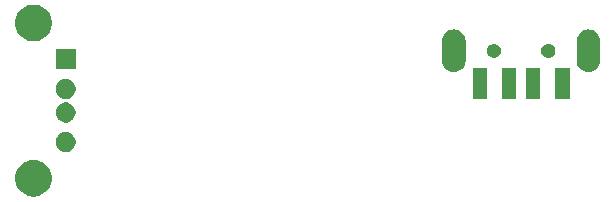
<source format=gbr>
G04 #@! TF.GenerationSoftware,KiCad,Pcbnew,5.1.4-5.1.4*
G04 #@! TF.CreationDate,2019-09-27T17:33:58+02:00*
G04 #@! TF.ProjectId,Backcover,4261636b-636f-4766-9572-2e6b69636164,rev?*
G04 #@! TF.SameCoordinates,Original*
G04 #@! TF.FileFunction,Soldermask,Top*
G04 #@! TF.FilePolarity,Negative*
%FSLAX46Y46*%
G04 Gerber Fmt 4.6, Leading zero omitted, Abs format (unit mm)*
G04 Created by KiCad (PCBNEW 5.1.4-5.1.4) date 2019-09-27 17:33:58*
%MOMM*%
%LPD*%
G04 APERTURE LIST*
%ADD10C,0.100000*%
G04 APERTURE END LIST*
D10*
G36*
X9022585Y4151198D02*
G01*
X9172410Y4121396D01*
X9454674Y4004479D01*
X9708705Y3834741D01*
X9924741Y3618705D01*
X10094479Y3364674D01*
X10211396Y3082410D01*
X10271000Y2782760D01*
X10271000Y2477240D01*
X10211396Y2177590D01*
X10094479Y1895326D01*
X9924741Y1641295D01*
X9708705Y1425259D01*
X9454674Y1255521D01*
X9172410Y1138604D01*
X9022585Y1108802D01*
X8872761Y1079000D01*
X8567239Y1079000D01*
X8417415Y1108802D01*
X8267590Y1138604D01*
X7985326Y1255521D01*
X7731295Y1425259D01*
X7515259Y1641295D01*
X7345521Y1895326D01*
X7228604Y2177590D01*
X7169000Y2477240D01*
X7169000Y2782760D01*
X7228604Y3082410D01*
X7345521Y3364674D01*
X7515259Y3618705D01*
X7731295Y3834741D01*
X7985326Y4004479D01*
X8267590Y4121396D01*
X8417415Y4151198D01*
X8567239Y4181000D01*
X8872761Y4181000D01*
X9022585Y4151198D01*
X9022585Y4151198D01*
G37*
G36*
X11678228Y6518297D02*
G01*
X11833100Y6454147D01*
X11972481Y6361015D01*
X12091015Y6242481D01*
X12184147Y6103100D01*
X12248297Y5948228D01*
X12281000Y5783816D01*
X12281000Y5616184D01*
X12248297Y5451772D01*
X12184147Y5296900D01*
X12091015Y5157519D01*
X11972481Y5038985D01*
X11833100Y4945853D01*
X11678228Y4881703D01*
X11513816Y4849000D01*
X11346184Y4849000D01*
X11181772Y4881703D01*
X11026900Y4945853D01*
X10887519Y5038985D01*
X10768985Y5157519D01*
X10675853Y5296900D01*
X10611703Y5451772D01*
X10579000Y5616184D01*
X10579000Y5783816D01*
X10611703Y5948228D01*
X10675853Y6103100D01*
X10768985Y6242481D01*
X10887519Y6361015D01*
X11026900Y6454147D01*
X11181772Y6518297D01*
X11346184Y6551000D01*
X11513816Y6551000D01*
X11678228Y6518297D01*
X11678228Y6518297D01*
G37*
G36*
X11678228Y9018297D02*
G01*
X11833100Y8954147D01*
X11972481Y8861015D01*
X12091015Y8742481D01*
X12184147Y8603100D01*
X12248297Y8448228D01*
X12281000Y8283816D01*
X12281000Y8116184D01*
X12248297Y7951772D01*
X12184147Y7796900D01*
X12091015Y7657519D01*
X11972481Y7538985D01*
X11833100Y7445853D01*
X11678228Y7381703D01*
X11513816Y7349000D01*
X11346184Y7349000D01*
X11181772Y7381703D01*
X11026900Y7445853D01*
X10887519Y7538985D01*
X10768985Y7657519D01*
X10675853Y7796900D01*
X10611703Y7951772D01*
X10579000Y8116184D01*
X10579000Y8283816D01*
X10611703Y8448228D01*
X10675853Y8603100D01*
X10768985Y8742481D01*
X10887519Y8861015D01*
X11026900Y8954147D01*
X11181772Y9018297D01*
X11346184Y9051000D01*
X11513816Y9051000D01*
X11678228Y9018297D01*
X11678228Y9018297D01*
G37*
G36*
X11678228Y11018297D02*
G01*
X11833100Y10954147D01*
X11972481Y10861015D01*
X12091015Y10742481D01*
X12184147Y10603100D01*
X12248297Y10448228D01*
X12281000Y10283816D01*
X12281000Y10116184D01*
X12248297Y9951772D01*
X12184147Y9796900D01*
X12091015Y9657519D01*
X11972481Y9538985D01*
X11833100Y9445853D01*
X11678228Y9381703D01*
X11513816Y9349000D01*
X11346184Y9349000D01*
X11181772Y9381703D01*
X11026900Y9445853D01*
X10887519Y9538985D01*
X10768985Y9657519D01*
X10675853Y9796900D01*
X10611703Y9951772D01*
X10579000Y10116184D01*
X10579000Y10283816D01*
X10611703Y10448228D01*
X10675853Y10603100D01*
X10768985Y10742481D01*
X10887519Y10861015D01*
X11026900Y10954147D01*
X11181772Y11018297D01*
X11346184Y11051000D01*
X11513816Y11051000D01*
X11678228Y11018297D01*
X11678228Y11018297D01*
G37*
G36*
X54101000Y9369000D02*
G01*
X52899000Y9369000D01*
X52899000Y11971000D01*
X54101000Y11971000D01*
X54101000Y9369000D01*
X54101000Y9369000D01*
G37*
G36*
X49601000Y9369000D02*
G01*
X48399000Y9369000D01*
X48399000Y11971000D01*
X49601000Y11971000D01*
X49601000Y9369000D01*
X49601000Y9369000D01*
G37*
G36*
X51601000Y9369000D02*
G01*
X50399000Y9369000D01*
X50399000Y11971000D01*
X51601000Y11971000D01*
X51601000Y9369000D01*
X51601000Y9369000D01*
G37*
G36*
X47101000Y9369000D02*
G01*
X45899000Y9369000D01*
X45899000Y11971000D01*
X47101000Y11971000D01*
X47101000Y9369000D01*
X47101000Y9369000D01*
G37*
G36*
X44496227Y15206517D02*
G01*
X44684921Y15149277D01*
X44858815Y15056329D01*
X45011239Y14931239D01*
X45136329Y14778815D01*
X45229277Y14604922D01*
X45286517Y14416228D01*
X45301000Y14269175D01*
X45301000Y12570825D01*
X45286517Y12423772D01*
X45229277Y12235078D01*
X45136329Y12061185D01*
X45011239Y11908761D01*
X44858815Y11783671D01*
X44684922Y11690723D01*
X44496228Y11633483D01*
X44300000Y11614157D01*
X44103773Y11633483D01*
X43915079Y11690723D01*
X43741186Y11783671D01*
X43588762Y11908761D01*
X43463672Y12061185D01*
X43370722Y12235081D01*
X43313483Y12423769D01*
X43299000Y12570825D01*
X43299000Y14269174D01*
X43313483Y14416227D01*
X43370723Y14604921D01*
X43463671Y14778815D01*
X43588761Y14931239D01*
X43741185Y15056329D01*
X43915078Y15149277D01*
X44103772Y15206517D01*
X44300000Y15225843D01*
X44496227Y15206517D01*
X44496227Y15206517D01*
G37*
G36*
X55896227Y15206517D02*
G01*
X56084921Y15149277D01*
X56258815Y15056329D01*
X56411239Y14931239D01*
X56536329Y14778815D01*
X56629277Y14604922D01*
X56686517Y14416228D01*
X56701000Y14269175D01*
X56701000Y12570825D01*
X56686517Y12423772D01*
X56629277Y12235078D01*
X56536329Y12061185D01*
X56411239Y11908761D01*
X56258815Y11783671D01*
X56084922Y11690723D01*
X55896228Y11633483D01*
X55700000Y11614157D01*
X55503773Y11633483D01*
X55315079Y11690723D01*
X55141186Y11783671D01*
X54988762Y11908761D01*
X54863672Y12061185D01*
X54770722Y12235081D01*
X54713483Y12423769D01*
X54699000Y12570825D01*
X54699000Y14269174D01*
X54713483Y14416227D01*
X54770723Y14604921D01*
X54863671Y14778815D01*
X54988761Y14931239D01*
X55141185Y15056329D01*
X55315078Y15149277D01*
X55503772Y15206517D01*
X55700000Y15225843D01*
X55896227Y15206517D01*
X55896227Y15206517D01*
G37*
G36*
X12281000Y11849000D02*
G01*
X10579000Y11849000D01*
X10579000Y13551000D01*
X12281000Y13551000D01*
X12281000Y11849000D01*
X12281000Y11849000D01*
G37*
G36*
X47836601Y14005603D02*
G01*
X47875305Y13997904D01*
X47907340Y13984635D01*
X47984680Y13952600D01*
X48083115Y13886827D01*
X48166827Y13803115D01*
X48232600Y13704680D01*
X48277904Y13595304D01*
X48301000Y13479195D01*
X48301000Y13360805D01*
X48277904Y13244696D01*
X48232600Y13135320D01*
X48166827Y13036885D01*
X48083115Y12953173D01*
X47984680Y12887400D01*
X47907340Y12855365D01*
X47875305Y12842096D01*
X47836601Y12834397D01*
X47759195Y12819000D01*
X47640805Y12819000D01*
X47563399Y12834397D01*
X47524695Y12842096D01*
X47492660Y12855365D01*
X47415320Y12887400D01*
X47316885Y12953173D01*
X47233173Y13036885D01*
X47167400Y13135320D01*
X47122096Y13244696D01*
X47099000Y13360805D01*
X47099000Y13479195D01*
X47122096Y13595304D01*
X47167400Y13704680D01*
X47233173Y13803115D01*
X47316885Y13886827D01*
X47415320Y13952600D01*
X47492660Y13984635D01*
X47524695Y13997904D01*
X47563399Y14005603D01*
X47640805Y14021000D01*
X47759195Y14021000D01*
X47836601Y14005603D01*
X47836601Y14005603D01*
G37*
G36*
X52436601Y14005603D02*
G01*
X52475305Y13997904D01*
X52507340Y13984635D01*
X52584680Y13952600D01*
X52683115Y13886827D01*
X52766827Y13803115D01*
X52832600Y13704680D01*
X52877904Y13595304D01*
X52901000Y13479195D01*
X52901000Y13360805D01*
X52877904Y13244696D01*
X52832600Y13135320D01*
X52766827Y13036885D01*
X52683115Y12953173D01*
X52584680Y12887400D01*
X52507340Y12855365D01*
X52475305Y12842096D01*
X52436601Y12834397D01*
X52359195Y12819000D01*
X52240805Y12819000D01*
X52163399Y12834397D01*
X52124695Y12842096D01*
X52092660Y12855365D01*
X52015320Y12887400D01*
X51916885Y12953173D01*
X51833173Y13036885D01*
X51767400Y13135320D01*
X51722096Y13244696D01*
X51699000Y13360805D01*
X51699000Y13479195D01*
X51722096Y13595304D01*
X51767400Y13704680D01*
X51833173Y13803115D01*
X51916885Y13886827D01*
X52015320Y13952600D01*
X52092660Y13984635D01*
X52124695Y13997904D01*
X52163399Y14005603D01*
X52240805Y14021000D01*
X52359195Y14021000D01*
X52436601Y14005603D01*
X52436601Y14005603D01*
G37*
G36*
X9022585Y17291198D02*
G01*
X9172410Y17261396D01*
X9454674Y17144479D01*
X9708705Y16974741D01*
X9924741Y16758705D01*
X10094479Y16504674D01*
X10211396Y16222410D01*
X10271000Y15922760D01*
X10271000Y15617240D01*
X10211396Y15317590D01*
X10094479Y15035326D01*
X9924741Y14781295D01*
X9708705Y14565259D01*
X9454674Y14395521D01*
X9172410Y14278604D01*
X9022585Y14248802D01*
X8872761Y14219000D01*
X8567239Y14219000D01*
X8417415Y14248802D01*
X8267590Y14278604D01*
X7985326Y14395521D01*
X7731295Y14565259D01*
X7515259Y14781295D01*
X7345521Y15035326D01*
X7228604Y15317590D01*
X7169000Y15617240D01*
X7169000Y15922760D01*
X7228604Y16222410D01*
X7345521Y16504674D01*
X7515259Y16758705D01*
X7731295Y16974741D01*
X7985326Y17144479D01*
X8267590Y17261396D01*
X8417415Y17291198D01*
X8567239Y17321000D01*
X8872761Y17321000D01*
X9022585Y17291198D01*
X9022585Y17291198D01*
G37*
M02*

</source>
